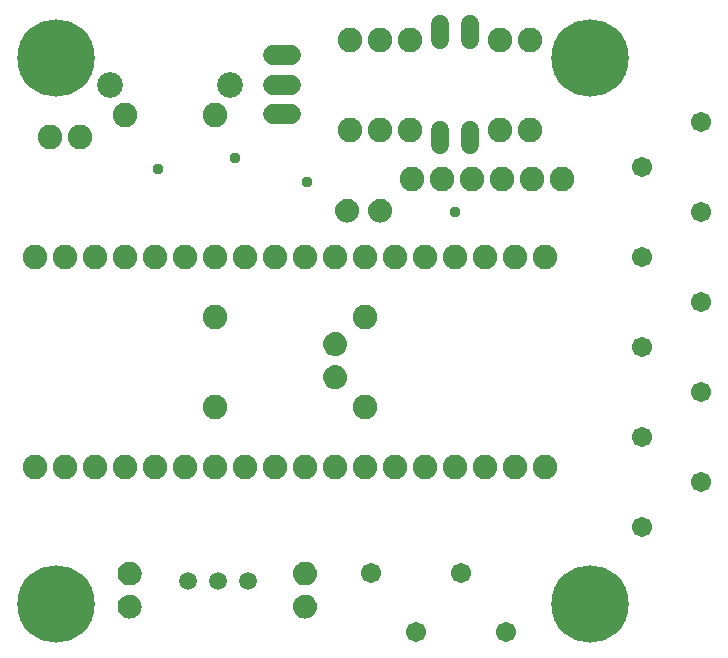
<source format=gbr>
G04 EAGLE Gerber RS-274X export*
G75*
%MOMM*%
%FSLAX34Y34*%
%LPD*%
%INSoldermask Bottom*%
%IPPOS*%
%AMOC8*
5,1,8,0,0,1.08239X$1,22.5*%
G01*
%ADD10C,2.184400*%
%ADD11C,2.082800*%
%ADD12C,1.524000*%
%ADD13C,1.727200*%
%ADD14C,6.553200*%
%ADD15C,1.711200*%
%ADD16C,1.511200*%
%ADD17C,0.959600*%

G36*
X304020Y372229D02*
X304020Y372229D01*
X304063Y372241D01*
X304129Y372250D01*
X305746Y372704D01*
X305787Y372723D01*
X305815Y372732D01*
X305825Y372734D01*
X305829Y372736D01*
X305850Y372743D01*
X307364Y373471D01*
X307400Y373497D01*
X307459Y373527D01*
X308824Y374508D01*
X308855Y374540D01*
X308908Y374580D01*
X310082Y375782D01*
X310107Y375819D01*
X310152Y375867D01*
X311099Y377255D01*
X311117Y377296D01*
X311153Y377352D01*
X311845Y378883D01*
X311856Y378926D01*
X311882Y378987D01*
X312297Y380616D01*
X312300Y380660D01*
X312315Y380725D01*
X312441Y382400D01*
X312437Y382447D01*
X312439Y382519D01*
X312234Y384355D01*
X312220Y384401D01*
X312208Y384476D01*
X311648Y386237D01*
X311625Y386279D01*
X311599Y386351D01*
X310706Y387968D01*
X310676Y388006D01*
X310636Y388071D01*
X309445Y389483D01*
X309408Y389514D01*
X309356Y389570D01*
X307912Y390723D01*
X307870Y390746D01*
X307808Y390790D01*
X306167Y391639D01*
X306121Y391654D01*
X306052Y391685D01*
X304277Y392198D01*
X304229Y392203D01*
X304154Y392221D01*
X302314Y392377D01*
X302270Y392373D01*
X302205Y392377D01*
X300374Y392217D01*
X300328Y392204D01*
X300252Y392194D01*
X298488Y391680D01*
X298444Y391659D01*
X298372Y391634D01*
X296742Y390785D01*
X296704Y390756D01*
X296638Y390717D01*
X295205Y389567D01*
X295173Y389531D01*
X295116Y389480D01*
X293935Y388072D01*
X293911Y388031D01*
X293865Y387970D01*
X293655Y387588D01*
X292981Y386358D01*
X292966Y386313D01*
X292932Y386244D01*
X292380Y384491D01*
X292374Y384444D01*
X292354Y384370D01*
X292155Y382543D01*
X292158Y382497D01*
X292152Y382428D01*
X292275Y380752D01*
X292286Y380709D01*
X292292Y380643D01*
X292704Y379013D01*
X292722Y378973D01*
X292740Y378909D01*
X293428Y377376D01*
X293453Y377339D01*
X293482Y377279D01*
X294426Y375889D01*
X294457Y375857D01*
X294495Y375803D01*
X295666Y374597D01*
X295703Y374571D01*
X295750Y374525D01*
X297112Y373541D01*
X297153Y373522D01*
X297207Y373485D01*
X298720Y372752D01*
X298763Y372740D01*
X298774Y372735D01*
X298801Y372722D01*
X298806Y372721D01*
X298823Y372713D01*
X300440Y372255D01*
X300485Y372250D01*
X300549Y372234D01*
X302221Y372063D01*
X302269Y372067D01*
X302348Y372063D01*
X304020Y372229D01*
G37*
G36*
X332011Y372229D02*
X332011Y372229D01*
X332054Y372241D01*
X332120Y372250D01*
X333737Y372704D01*
X333778Y372723D01*
X333806Y372732D01*
X333816Y372734D01*
X333820Y372736D01*
X333841Y372743D01*
X335355Y373471D01*
X335391Y373497D01*
X335450Y373527D01*
X336815Y374508D01*
X336846Y374540D01*
X336899Y374580D01*
X338073Y375782D01*
X338098Y375819D01*
X338143Y375867D01*
X339090Y377255D01*
X339108Y377296D01*
X339144Y377352D01*
X339836Y378883D01*
X339847Y378926D01*
X339873Y378987D01*
X340288Y380616D01*
X340291Y380660D01*
X340306Y380725D01*
X340432Y382400D01*
X340428Y382447D01*
X340430Y382519D01*
X340225Y384355D01*
X340211Y384401D01*
X340199Y384476D01*
X339639Y386237D01*
X339616Y386279D01*
X339590Y386351D01*
X338697Y387968D01*
X338667Y388006D01*
X338627Y388071D01*
X337436Y389483D01*
X337399Y389514D01*
X337347Y389570D01*
X335903Y390723D01*
X335861Y390746D01*
X335799Y390790D01*
X334158Y391639D01*
X334112Y391654D01*
X334043Y391685D01*
X332268Y392198D01*
X332220Y392203D01*
X332145Y392221D01*
X330305Y392377D01*
X330261Y392373D01*
X330196Y392377D01*
X328365Y392217D01*
X328319Y392204D01*
X328243Y392194D01*
X326479Y391680D01*
X326435Y391659D01*
X326363Y391634D01*
X324733Y390785D01*
X324695Y390756D01*
X324629Y390717D01*
X323196Y389567D01*
X323164Y389531D01*
X323107Y389480D01*
X321926Y388072D01*
X321902Y388031D01*
X321856Y387970D01*
X321646Y387588D01*
X320972Y386358D01*
X320957Y386313D01*
X320923Y386244D01*
X320371Y384491D01*
X320365Y384444D01*
X320345Y384370D01*
X320146Y382543D01*
X320149Y382497D01*
X320143Y382428D01*
X320266Y380752D01*
X320277Y380709D01*
X320283Y380643D01*
X320695Y379013D01*
X320713Y378973D01*
X320731Y378909D01*
X321419Y377376D01*
X321444Y377339D01*
X321473Y377279D01*
X322417Y375889D01*
X322448Y375857D01*
X322486Y375803D01*
X323657Y374597D01*
X323694Y374571D01*
X323741Y374525D01*
X325103Y373541D01*
X325144Y373522D01*
X325198Y373485D01*
X326711Y372752D01*
X326754Y372740D01*
X326765Y372735D01*
X326792Y372722D01*
X326797Y372721D01*
X326814Y372713D01*
X328431Y372255D01*
X328476Y372250D01*
X328540Y372234D01*
X330212Y372063D01*
X330260Y372067D01*
X330339Y372063D01*
X332011Y372229D01*
G37*
G36*
X292277Y259063D02*
X292277Y259063D01*
X292349Y259061D01*
X294185Y259266D01*
X294231Y259280D01*
X294306Y259292D01*
X296067Y259852D01*
X296109Y259875D01*
X296181Y259901D01*
X297798Y260794D01*
X297836Y260824D01*
X297901Y260864D01*
X299313Y262055D01*
X299344Y262092D01*
X299400Y262144D01*
X300553Y263588D01*
X300576Y263630D01*
X300620Y263692D01*
X301469Y265333D01*
X301484Y265379D01*
X301515Y265448D01*
X302028Y267223D01*
X302033Y267271D01*
X302051Y267346D01*
X302207Y269186D01*
X302203Y269230D01*
X302207Y269295D01*
X302047Y271126D01*
X302034Y271172D01*
X302024Y271248D01*
X301510Y273012D01*
X301489Y273056D01*
X301464Y273128D01*
X300615Y274758D01*
X300586Y274796D01*
X300547Y274862D01*
X299397Y276295D01*
X299361Y276327D01*
X299310Y276384D01*
X297902Y277565D01*
X297861Y277589D01*
X297800Y277635D01*
X296188Y278519D01*
X296143Y278534D01*
X296074Y278568D01*
X294321Y279120D01*
X294274Y279126D01*
X294200Y279146D01*
X292373Y279346D01*
X292327Y279342D01*
X292258Y279348D01*
X290582Y279225D01*
X290539Y279214D01*
X290473Y279208D01*
X288843Y278797D01*
X288803Y278778D01*
X288739Y278760D01*
X287206Y278072D01*
X287169Y278047D01*
X287109Y278018D01*
X285719Y277074D01*
X285687Y277043D01*
X285633Y277005D01*
X284427Y275834D01*
X284401Y275798D01*
X284355Y275750D01*
X283371Y274388D01*
X283352Y274347D01*
X283315Y274293D01*
X282582Y272780D01*
X282570Y272737D01*
X282543Y272677D01*
X282085Y271060D01*
X282080Y271015D01*
X282064Y270951D01*
X281893Y269279D01*
X281897Y269231D01*
X281893Y269152D01*
X282059Y267480D01*
X282071Y267437D01*
X282080Y267372D01*
X282534Y265754D01*
X282553Y265713D01*
X282573Y265650D01*
X283301Y264136D01*
X283327Y264100D01*
X283357Y264041D01*
X284338Y262676D01*
X284370Y262645D01*
X284410Y262592D01*
X285612Y261418D01*
X285649Y261393D01*
X285697Y261348D01*
X287085Y260401D01*
X287126Y260383D01*
X287182Y260347D01*
X288713Y259655D01*
X288756Y259644D01*
X288817Y259618D01*
X290446Y259203D01*
X290490Y259200D01*
X290555Y259185D01*
X292230Y259059D01*
X292277Y259063D01*
G37*
G36*
X292277Y231072D02*
X292277Y231072D01*
X292349Y231070D01*
X294185Y231275D01*
X294231Y231289D01*
X294306Y231301D01*
X296067Y231861D01*
X296109Y231884D01*
X296181Y231910D01*
X297798Y232803D01*
X297836Y232833D01*
X297901Y232873D01*
X299313Y234064D01*
X299344Y234101D01*
X299400Y234153D01*
X300553Y235597D01*
X300576Y235639D01*
X300620Y235701D01*
X301469Y237342D01*
X301484Y237388D01*
X301515Y237457D01*
X302028Y239232D01*
X302033Y239280D01*
X302051Y239355D01*
X302207Y241195D01*
X302203Y241239D01*
X302207Y241304D01*
X302047Y243135D01*
X302034Y243181D01*
X302024Y243257D01*
X301510Y245021D01*
X301489Y245065D01*
X301464Y245137D01*
X300615Y246767D01*
X300586Y246805D01*
X300547Y246871D01*
X299397Y248304D01*
X299361Y248336D01*
X299310Y248393D01*
X297902Y249574D01*
X297861Y249598D01*
X297800Y249644D01*
X296188Y250528D01*
X296143Y250543D01*
X296074Y250577D01*
X294321Y251129D01*
X294274Y251135D01*
X294200Y251155D01*
X292373Y251355D01*
X292327Y251351D01*
X292258Y251357D01*
X290582Y251234D01*
X290539Y251223D01*
X290473Y251217D01*
X288843Y250806D01*
X288803Y250787D01*
X288739Y250769D01*
X287206Y250081D01*
X287169Y250056D01*
X287109Y250027D01*
X285719Y249083D01*
X285687Y249052D01*
X285633Y249014D01*
X284427Y247843D01*
X284401Y247807D01*
X284355Y247759D01*
X283371Y246397D01*
X283352Y246356D01*
X283315Y246302D01*
X282582Y244789D01*
X282570Y244746D01*
X282543Y244686D01*
X282085Y243069D01*
X282080Y243024D01*
X282064Y242960D01*
X281893Y241288D01*
X281897Y241240D01*
X281893Y241161D01*
X282059Y239489D01*
X282071Y239446D01*
X282080Y239381D01*
X282534Y237763D01*
X282553Y237722D01*
X282573Y237659D01*
X283301Y236145D01*
X283327Y236109D01*
X283357Y236050D01*
X284338Y234685D01*
X284370Y234654D01*
X284410Y234601D01*
X285612Y233427D01*
X285649Y233402D01*
X285697Y233357D01*
X287085Y232410D01*
X287126Y232392D01*
X287182Y232356D01*
X288713Y231664D01*
X288756Y231653D01*
X288817Y231627D01*
X290446Y231212D01*
X290490Y231209D01*
X290555Y231194D01*
X292230Y231068D01*
X292277Y231072D01*
G37*
G36*
X268218Y64996D02*
X268218Y64996D01*
X268261Y65007D01*
X268327Y65013D01*
X269957Y65425D01*
X269997Y65443D01*
X270061Y65461D01*
X271594Y66149D01*
X271631Y66174D01*
X271691Y66203D01*
X273081Y67147D01*
X273113Y67178D01*
X273167Y67216D01*
X274373Y68387D01*
X274399Y68424D01*
X274445Y68471D01*
X275429Y69833D01*
X275448Y69874D01*
X275485Y69928D01*
X276218Y71441D01*
X276230Y71484D01*
X276257Y71544D01*
X276715Y73161D01*
X276720Y73206D01*
X276736Y73270D01*
X276907Y74942D01*
X276903Y74990D01*
X276907Y75069D01*
X276741Y76741D01*
X276729Y76784D01*
X276720Y76850D01*
X276266Y78467D01*
X276247Y78508D01*
X276227Y78571D01*
X275499Y80085D01*
X275473Y80121D01*
X275443Y80180D01*
X274462Y81545D01*
X274430Y81576D01*
X274390Y81629D01*
X273188Y82803D01*
X273151Y82828D01*
X273103Y82873D01*
X271715Y83820D01*
X271674Y83838D01*
X271618Y83874D01*
X270087Y84566D01*
X270044Y84577D01*
X269983Y84603D01*
X268354Y85018D01*
X268310Y85021D01*
X268245Y85036D01*
X266570Y85162D01*
X266523Y85158D01*
X266451Y85160D01*
X264616Y84955D01*
X264569Y84941D01*
X264494Y84929D01*
X262733Y84369D01*
X262691Y84346D01*
X262619Y84320D01*
X261002Y83427D01*
X260964Y83397D01*
X260899Y83357D01*
X259487Y82166D01*
X259456Y82129D01*
X259400Y82077D01*
X258247Y80633D01*
X258225Y80591D01*
X258180Y80529D01*
X257331Y78888D01*
X257317Y78842D01*
X257285Y78773D01*
X256772Y76998D01*
X256767Y76950D01*
X256750Y76875D01*
X256593Y75035D01*
X256597Y74991D01*
X256593Y74926D01*
X256753Y73095D01*
X256766Y73049D01*
X256774Y72988D01*
X256774Y72986D01*
X256776Y72973D01*
X257290Y71209D01*
X257311Y71165D01*
X257336Y71093D01*
X258185Y69463D01*
X258214Y69425D01*
X258253Y69359D01*
X259403Y67926D01*
X259439Y67894D01*
X259490Y67837D01*
X260898Y66656D01*
X260939Y66632D01*
X261000Y66586D01*
X262612Y65702D01*
X262657Y65687D01*
X262726Y65653D01*
X264479Y65101D01*
X264526Y65095D01*
X264600Y65075D01*
X266427Y64876D01*
X266473Y64879D01*
X266542Y64873D01*
X268218Y64996D01*
G37*
G36*
X119628Y64996D02*
X119628Y64996D01*
X119671Y65007D01*
X119737Y65013D01*
X121367Y65425D01*
X121407Y65443D01*
X121471Y65461D01*
X123004Y66149D01*
X123041Y66174D01*
X123101Y66203D01*
X124491Y67147D01*
X124523Y67178D01*
X124577Y67216D01*
X125783Y68387D01*
X125809Y68424D01*
X125855Y68471D01*
X126839Y69833D01*
X126858Y69874D01*
X126895Y69928D01*
X127628Y71441D01*
X127640Y71484D01*
X127667Y71544D01*
X128125Y73161D01*
X128130Y73206D01*
X128146Y73270D01*
X128317Y74942D01*
X128313Y74990D01*
X128317Y75069D01*
X128151Y76741D01*
X128139Y76784D01*
X128130Y76850D01*
X127676Y78467D01*
X127657Y78508D01*
X127637Y78571D01*
X126909Y80085D01*
X126883Y80121D01*
X126853Y80180D01*
X125872Y81545D01*
X125840Y81576D01*
X125800Y81629D01*
X124598Y82803D01*
X124561Y82828D01*
X124513Y82873D01*
X123125Y83820D01*
X123084Y83838D01*
X123028Y83874D01*
X121497Y84566D01*
X121454Y84577D01*
X121393Y84603D01*
X119764Y85018D01*
X119720Y85021D01*
X119655Y85036D01*
X117980Y85162D01*
X117933Y85158D01*
X117861Y85160D01*
X116026Y84955D01*
X115979Y84941D01*
X115904Y84929D01*
X114143Y84369D01*
X114101Y84346D01*
X114029Y84320D01*
X112412Y83427D01*
X112374Y83397D01*
X112309Y83357D01*
X110897Y82166D01*
X110866Y82129D01*
X110810Y82077D01*
X109657Y80633D01*
X109635Y80591D01*
X109590Y80529D01*
X108741Y78888D01*
X108727Y78842D01*
X108695Y78773D01*
X108182Y76998D01*
X108177Y76950D01*
X108160Y76875D01*
X108003Y75035D01*
X108007Y74991D01*
X108003Y74926D01*
X108163Y73095D01*
X108176Y73049D01*
X108184Y72988D01*
X108184Y72986D01*
X108186Y72973D01*
X108700Y71209D01*
X108721Y71165D01*
X108746Y71093D01*
X109595Y69463D01*
X109624Y69425D01*
X109663Y69359D01*
X110813Y67926D01*
X110849Y67894D01*
X110900Y67837D01*
X112308Y66656D01*
X112349Y66632D01*
X112410Y66586D01*
X114022Y65702D01*
X114067Y65687D01*
X114136Y65653D01*
X115889Y65101D01*
X115936Y65095D01*
X116010Y65075D01*
X117837Y64876D01*
X117883Y64879D01*
X117952Y64873D01*
X119628Y64996D01*
G37*
G36*
X268218Y37005D02*
X268218Y37005D01*
X268261Y37016D01*
X268327Y37022D01*
X269957Y37434D01*
X269997Y37452D01*
X270061Y37470D01*
X271594Y38158D01*
X271631Y38183D01*
X271691Y38212D01*
X273081Y39156D01*
X273113Y39187D01*
X273167Y39225D01*
X274373Y40396D01*
X274399Y40433D01*
X274445Y40480D01*
X275429Y41842D01*
X275448Y41883D01*
X275485Y41937D01*
X276218Y43450D01*
X276230Y43493D01*
X276257Y43553D01*
X276715Y45170D01*
X276720Y45215D01*
X276736Y45279D01*
X276907Y46951D01*
X276903Y46999D01*
X276907Y47078D01*
X276741Y48750D01*
X276729Y48793D01*
X276720Y48859D01*
X276266Y50476D01*
X276247Y50517D01*
X276227Y50580D01*
X275499Y52094D01*
X275473Y52130D01*
X275443Y52189D01*
X274462Y53554D01*
X274430Y53585D01*
X274390Y53638D01*
X273188Y54812D01*
X273151Y54837D01*
X273103Y54882D01*
X271715Y55829D01*
X271674Y55847D01*
X271618Y55883D01*
X270087Y56575D01*
X270044Y56586D01*
X269983Y56612D01*
X268354Y57027D01*
X268310Y57030D01*
X268245Y57045D01*
X266570Y57171D01*
X266523Y57167D01*
X266451Y57169D01*
X264616Y56964D01*
X264569Y56950D01*
X264494Y56938D01*
X262733Y56378D01*
X262691Y56355D01*
X262619Y56329D01*
X261002Y55436D01*
X260964Y55406D01*
X260899Y55366D01*
X259487Y54175D01*
X259456Y54138D01*
X259400Y54086D01*
X258247Y52642D01*
X258225Y52600D01*
X258180Y52538D01*
X257331Y50897D01*
X257317Y50851D01*
X257285Y50782D01*
X256772Y49007D01*
X256767Y48959D01*
X256750Y48884D01*
X256593Y47044D01*
X256597Y47000D01*
X256593Y46935D01*
X256753Y45104D01*
X256766Y45058D01*
X256774Y44997D01*
X256774Y44995D01*
X256776Y44982D01*
X257290Y43218D01*
X257311Y43174D01*
X257336Y43102D01*
X258185Y41472D01*
X258214Y41434D01*
X258253Y41368D01*
X259403Y39935D01*
X259439Y39903D01*
X259490Y39846D01*
X260898Y38665D01*
X260939Y38641D01*
X261000Y38595D01*
X262612Y37711D01*
X262657Y37696D01*
X262726Y37662D01*
X264479Y37110D01*
X264526Y37104D01*
X264600Y37084D01*
X266427Y36885D01*
X266473Y36888D01*
X266542Y36882D01*
X268218Y37005D01*
G37*
G36*
X119628Y37005D02*
X119628Y37005D01*
X119671Y37016D01*
X119737Y37022D01*
X121367Y37434D01*
X121407Y37452D01*
X121471Y37470D01*
X123004Y38158D01*
X123041Y38183D01*
X123101Y38212D01*
X124491Y39156D01*
X124523Y39187D01*
X124577Y39225D01*
X125783Y40396D01*
X125809Y40433D01*
X125855Y40480D01*
X126839Y41842D01*
X126858Y41883D01*
X126895Y41937D01*
X127628Y43450D01*
X127640Y43493D01*
X127667Y43553D01*
X128125Y45170D01*
X128130Y45215D01*
X128146Y45279D01*
X128317Y46951D01*
X128313Y46999D01*
X128317Y47078D01*
X128151Y48750D01*
X128139Y48793D01*
X128130Y48859D01*
X127676Y50476D01*
X127657Y50517D01*
X127637Y50580D01*
X126909Y52094D01*
X126883Y52130D01*
X126853Y52189D01*
X125872Y53554D01*
X125840Y53585D01*
X125800Y53638D01*
X124598Y54812D01*
X124561Y54837D01*
X124513Y54882D01*
X123125Y55829D01*
X123084Y55847D01*
X123028Y55883D01*
X121497Y56575D01*
X121454Y56586D01*
X121393Y56612D01*
X119764Y57027D01*
X119720Y57030D01*
X119655Y57045D01*
X117980Y57171D01*
X117933Y57167D01*
X117861Y57169D01*
X116026Y56964D01*
X115979Y56950D01*
X115904Y56938D01*
X114143Y56378D01*
X114101Y56355D01*
X114029Y56329D01*
X112412Y55436D01*
X112374Y55406D01*
X112309Y55366D01*
X110897Y54175D01*
X110866Y54138D01*
X110810Y54086D01*
X109657Y52642D01*
X109635Y52600D01*
X109590Y52538D01*
X108741Y50897D01*
X108727Y50851D01*
X108695Y50782D01*
X108182Y49007D01*
X108177Y48959D01*
X108160Y48884D01*
X108003Y47044D01*
X108007Y47000D01*
X108003Y46935D01*
X108163Y45104D01*
X108176Y45058D01*
X108184Y44997D01*
X108184Y44995D01*
X108186Y44982D01*
X108700Y43218D01*
X108721Y43174D01*
X108746Y43102D01*
X109595Y41472D01*
X109624Y41434D01*
X109663Y41368D01*
X110813Y39935D01*
X110849Y39903D01*
X110900Y39846D01*
X112308Y38665D01*
X112349Y38641D01*
X112410Y38595D01*
X114022Y37711D01*
X114067Y37696D01*
X114136Y37662D01*
X115889Y37110D01*
X115936Y37104D01*
X116010Y37084D01*
X117837Y36885D01*
X117883Y36888D01*
X117952Y36882D01*
X119628Y37005D01*
G37*
D10*
X203200Y488950D03*
X101600Y488950D03*
D11*
X355600Y527050D03*
X330200Y527050D03*
X355600Y450850D03*
X330200Y450850D03*
D12*
X406400Y527050D02*
X406400Y540258D01*
X381000Y540258D02*
X381000Y527050D01*
X381000Y450850D02*
X381000Y437642D01*
X406400Y437642D02*
X406400Y450850D01*
D11*
X431800Y450850D03*
X431800Y527050D03*
X304800Y527050D03*
X304800Y450850D03*
X114300Y463550D03*
X190500Y463550D03*
X317500Y215900D03*
X317500Y292100D03*
X457200Y527050D03*
X457200Y450850D03*
D13*
X254520Y463950D02*
X239280Y463950D01*
X239280Y488950D02*
X254520Y488950D01*
X254520Y513950D02*
X239280Y513950D01*
D14*
X55880Y511810D03*
X508000Y511810D03*
D11*
X458470Y408940D03*
X483870Y408940D03*
X407670Y408940D03*
X433070Y408940D03*
X50800Y444500D03*
X76200Y444500D03*
X382270Y408940D03*
X356870Y408940D03*
D15*
X551580Y419100D03*
X601580Y457200D03*
X601580Y381000D03*
X551580Y342900D03*
X601580Y304800D03*
X551580Y266700D03*
X601580Y228600D03*
X551580Y190500D03*
X601580Y152400D03*
X551580Y114300D03*
X360680Y25800D03*
X322580Y75800D03*
X398780Y75800D03*
X436880Y25800D03*
D11*
X190500Y215900D03*
X190500Y292100D03*
D14*
X55880Y49530D03*
X508000Y49530D03*
D16*
X218440Y68580D03*
X193040Y68580D03*
X167640Y68580D03*
D11*
X38100Y165100D03*
X63500Y165100D03*
X88900Y165100D03*
X114300Y165100D03*
X139700Y165100D03*
X165100Y165100D03*
X190500Y165100D03*
X215900Y165100D03*
X241300Y165100D03*
X266700Y165100D03*
X292100Y165100D03*
X317500Y165100D03*
X317500Y342900D03*
X292100Y342900D03*
X266700Y342900D03*
X241300Y342900D03*
X215900Y342900D03*
X190500Y342900D03*
X165100Y342900D03*
X139700Y342900D03*
X114300Y342900D03*
X88900Y342900D03*
X63500Y342900D03*
X38100Y342900D03*
X342900Y165100D03*
X368300Y165100D03*
X393700Y165100D03*
X419100Y165100D03*
X444500Y165100D03*
X469900Y165100D03*
X469900Y342900D03*
X444500Y342900D03*
X419100Y342900D03*
X393700Y342900D03*
X368300Y342900D03*
X342900Y342900D03*
D17*
X142240Y417830D03*
X393700Y381000D03*
X267970Y406400D03*
X207010Y426720D03*
M02*

</source>
